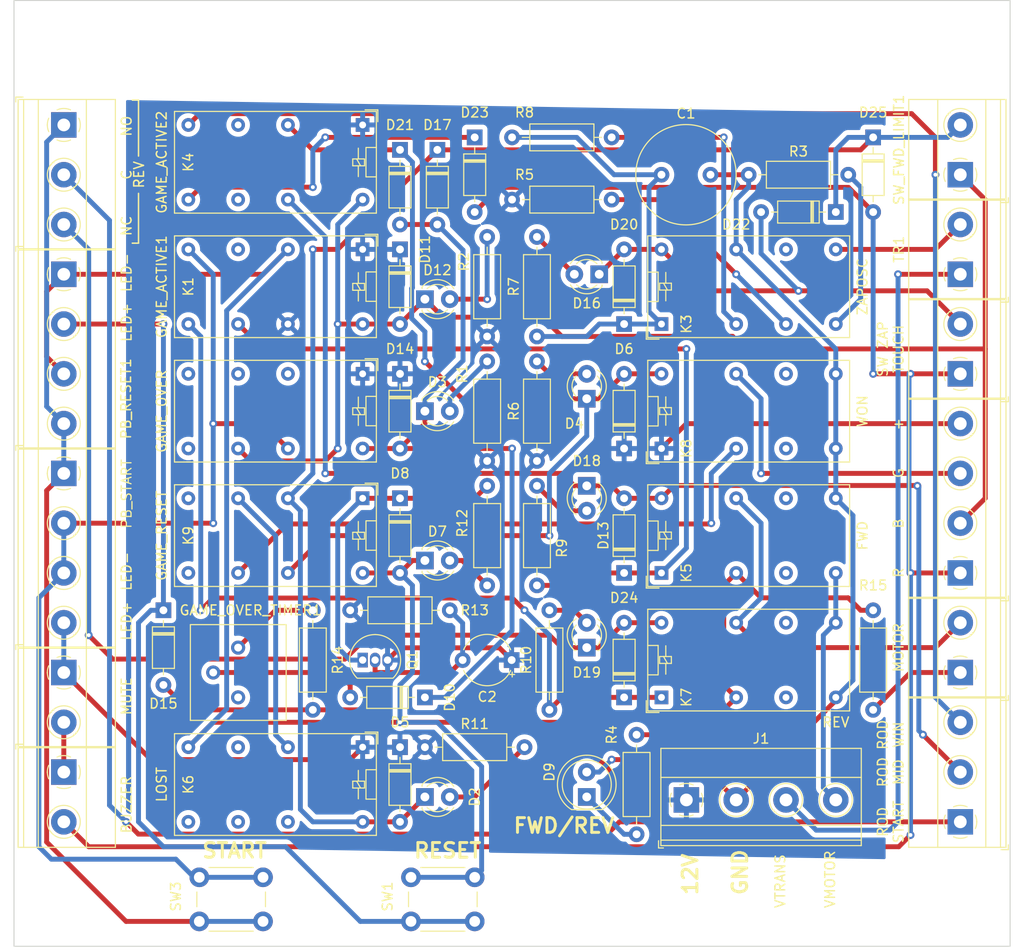
<source format=kicad_pcb>
(kicad_pcb (version 20221018) (generator pcbnew)
  (layers (0 "F.Cu" signal) (31 "B.Cu" signal) (34 "B.Paste" user) (35 "F.Paste" user) (36 "B.SilkS" user "B.Silkscreen") (37 "F.SilkS" user "F.Silkscreen") (38 "B.Mask" user) (39 "F.Mask" user) (44 "Edge.Cuts" user))
  (net 0 "")
  (net 1 "/game_lost")
  (net 2 "Net-(D2-A)")
  (net 3 "/game_over")
  (net 4 "Net-(D3-A)")
  (net 5 "/game_won")
  (net 6 "Net-(D4-A)")
  (net 7 "Net-(D7-A)")
  (net 8 "Net-(D8-K)")
  (net 9 "Net-(D9-KA)")
  (net 10 "Net-(D9-AK)")
  (net 11 "Net-(D10-A)")
  (net 12 "/game_active")
  (net 13 "Net-(D12-A)")
  (net 14 "Net-(D15-K)")
  (net 15 "Net-(D15-A)")
  (net 16 "Net-(D16-A)")
  (net 17 "Net-(D18-A)")
  (net 18 "Net-(D19-A)")
  (net 19 "Net-(D23-K)")
  (net 20 "Net-(D24-K)")
  (net 22 "Net-(K3-Pad8)")
  (net 23 "Net-(BZ1-+)")
  (net 24 "ROD_MIDDLE")
  (net 25 "Net-(D16-K)")
  (net 30 "V_motor")
  (net 31 "Net-(K6-Pad4)")
  (net 32 "Net-(K8-Pad4)")
  (net 33 "Net-(GAME_OVER_TIMER1-Pad1)")
  (net 35 "Net-(PB_START1-K)")
  (net 37 "Net-(BZ1--)")
  (net 38 "ROD_START")
  (net 39 "V_trans")
  (net 54 "VCC")
  (net 55 "Net-(K3-Pad4)")
  (net 56 "GND")
  (net 57 "Net-(J4-Pin_3)")
  (net 58 "Net-(D19-K)")
  (net 59 "Net-(D1-GK)")
  (net 60 "Net-(M1-+)")
  (net 61 "Net-(D13-K)")
  (net 62 "Net-(D20-K)")
  (net 63 "Net-(K3-Pad6)")
  (net 64 "Net-(K3-Pad9)")
  (net 65 "Net-(PB_RESET1-A)")
  (net 66 "Net-(K5-Pad4)")
  (footprint "TerminalBlock_Phoenix:TerminalBlock_Phoenix_MKDS-1,5-2-5.08_1x02_P5.08mm_Horizontal" (layer "F.Cu") (at 55.88 109.22 -90)
    (fp_text reference "SW_MUTE1" hide)
    (fp_text value "SW_SPST")
  )
  (footprint "Relay_THT:Relay_DPDT_Omron_G5V-2" (layer "F.Cu") (at 116.84 73.66 90)
    (fp_text reference "K3")
    (fp_text value "ZAPOSC")
  )
  (footprint "Capacitor_THT:CP_Radial_Tantal_D5.0mm_P5.00mm" (layer "F.Cu") (at 101.56 107.95 180)
    (fp_text reference "C2")
    (fp_text value "10u")
  )
  (footprint "Resistor_THT:R_Axial_DIN0207_L6.3mm_D2.5mm_P10.16mm_Horizontal" (layer "F.Cu") (at 104.14 100.33 90)
    (fp_text reference "R9")
    (fp_text value "1k")
  )
  (footprint "LED_THT:LED_D5.0mm" (layer "F.Cu") (at 109.22 121.92 90)
    (fp_text reference "D9")
    (fp_text value "LED_Dual_Bidirectional")
  )
  (footprint "LED_THT:LED_D3.0mm" (layer "F.Cu") (at 109.22 106.68 90)
    (fp_text reference "D19")
    (fp_text value "LED")
  )
  (footprint "Diode_THT:D_DO-35_SOD27_P7.62mm_Horizontal" (layer "F.Cu") (at 113.03 86.36 90)
    (fp_text reference "D6")
    (fp_text value "1N914" hide)
  )
  (footprint "Diode_THT:D_DO-35_SOD27_P7.62mm_Horizontal" (layer "F.Cu") (at 66.04 102.87 -90)
    (fp_text reference "D15")
    (fp_text value "1N914")
  )
  (footprint "Diode_THT:D_DO-35_SOD27_P7.62mm_Horizontal" (layer "F.Cu") (at 90.17 116.84 -90)
    (fp_text reference "D5")
    (fp_text value "1N914")
  )
  (footprint "Relay_THT:Relay_DPDT_Omron_G5V-2" (layer "F.Cu") (at 86.36 91.44 -90)
    (fp_text reference "K9")
    (fp_text value "GAME_RESET")
  )
  (footprint "Relay_THT:Relay_DPDT_Omron_G5V-2" (layer "F.Cu") (at 116.84 99.06 90)
    (fp_text reference "K5")
    (fp_text value "FWD")
  )
  (footprint "TerminalBlock_Phoenix:TerminalBlock_Phoenix_MKDS-1,5-4-5.08_1x04_P5.08mm_Horizontal" (layer "F.Cu") (at 55.88 88.9 -90)
    (fp_text reference "PB_START1" hide)
    (fp_text value "SW_Push_LED")
  )
  (footprint "Diode_THT:D_DO-35_SOD27_P7.62mm_Horizontal" (layer "F.Cu") (at 134.62 62.23 180)
    (fp_text reference "D22")
    (fp_text value "1N914" hide)
  )
  (footprint "TerminalBlock_Phoenix:TerminalBlock_Phoenix_MKDS-1,5-4-5.08_1x04_P5.08mm_Horizontal" (layer "F.Cu") (at 55.88 68.58 -90)
    (fp_text reference "PB_RESET1")
    (fp_text value "SW_Push_LED")
  )
  (footprint "Diode_THT:D_DO-35_SOD27_P7.62mm_Horizontal" (layer "F.Cu") (at 90.17 55.88 -90)
    (fp_text reference "D21")
    (fp_text value "1N914" hide)
  )
  (footprint "Relay_THT:Relay_DPDT_Omron_G5V-2" (layer "F.Cu") (at 86.36 66.04 -90)
    (fp_text reference "K1")
    (fp_text value "GAME_ACTIVE1")
  )
  (footprint "MountingHole:MountingHole_3.5mm" (layer "F.Cu") (at 147.32 45.72)
    (fp_text reference "H2" hide)
    (fp_text value "MountingHole")
  )
  (footprint "Diode_THT:D_DO-35_SOD27_P7.62mm_Horizontal" (layer "F.Cu") (at 93.98 55.88 -90)
    (fp_text reference "D17")
    (fp_text value "1N914")
  )
  (footprint "Resistor_THT:R_Axial_DIN0207_L6.3mm_D2.5mm_P10.16mm_Horizontal" (layer "F.Cu") (at 104.14 74.93 90)
    (fp_text reference "R7")
    (fp_text value "1k")
  )
  (footprint "Relay_THT:Relay_DPDT_Omron_G5V-2" (layer "F.Cu") (at 116.84 86.36 90)
    (fp_text reference "K8")
    (fp_text value "WON")
  )
  (footprint "Resistor_THT:R_Axial_DIN0207_L6.3mm_D2.5mm_P10.16mm_Horizontal" (layer "F.Cu") (at 125.73 58.42)
    (fp_text reference "R3")
    (fp_text value "100k")
  )
  (footprint "Resistor_THT:R_Axial_DIN0207_L6.3mm_D2.5mm_P10.16mm_Horizontal" (layer "F.Cu") (at 81.28 113.03 90)
    (fp_text reference "R14")
    (fp_text value "100k")
  )
  (footprint "LED_THT:LED_D3.0mm" (layer "F.Cu") (at 92.71 71.12)
    (fp_text reference "D12")
    (fp_text value "LED")
  )
  (footprint "Capacitor_THT:C_Radial_D10.0mm_H20.0mm_P5.00mm" (layer "F.Cu") (at 116.84 58.42)
    (fp_text reference "C1")
    (fp_text value "1000u")
  )
  (footprint "Button_Switch_THT:SW_PUSH_6mm" (layer "F.Cu") (at 97.79 134.62 180)
    (fp_text reference "SW1")
    (fp_text value "SW_TEST_RESET")
  )
  (footprint "LED_THT:LED_D3.0mm" (layer "F.Cu") (at 110.49 68.58 180)
    (fp_text reference "D16")
    (fp_text value "LED")
  )
  (footprint "Package_TO_SOT_THT:TO-92_Inline" (layer "F.Cu") (at 86.36 107.95)
    (fp_text reference "Q1")
    (fp_text value "BS250")
  )
  (footprint "TerminalBlock_Phoenix:TerminalBlock_Phoenix_MKDS-1,5-2-5.08_1x02_P5.08mm_Horizontal" (layer "F.Cu") (at 147.32 109.22 90)
    (fp_text reference "M1" hide)
    (fp_text value "Motor_DC")
  )
  (footprint "Resistor_THT:R_Axial_DIN0207_L6.3mm_D2.5mm_P10.16mm_Horizontal" (layer "F.Cu") (at 114.3 115.57 -90)
    (fp_text reference "R4")
    (fp_text value "1k")
  )
  (footprint "Resistor_THT:R_Axial_DIN0207_L6.3mm_D2.5mm_P10.16mm_Horizontal" (layer "F.Cu") (at 105.41 113.03 90)
    (fp_text reference "R10")
    (fp_text value "1k")
  )
  (footprint "TerminalBlock_Phoenix:TerminalBlock_Phoenix_MKDS-1,5-2-5.08_1x02_P5.08mm_Horizontal" (layer "F.Cu") (at 55.88 119.38 -90)
    (fp_text reference "BZ1" hide)
    (fp_text value "Buzzer")
  )
  (footprint "Diode_THT:D_DO-35_SOD27_P7.62mm_Horizontal" (layer "F.Cu") (at 113.03 99.06 90)
    (fp_text reference "D13")
    (fp_text value "1N914" hide)
  )
  (footprint "Resistor_THT:R_Axial_DIN0207_L6.3mm_D2.5mm_P10.16mm_Horizontal" (layer "F.Cu") (at 104.14 87.63 90)
    (fp_text reference "R6")
    (fp_text value "1k")
  )
  (footprint "Relay_THT:Relay_DPDT_Omron_G5V-2" (layer "F.Cu") (at 86.36 78.74 -90)
    (fp_text reference "K2" hide)
    (fp_text value "GAME_OVER")
  )
  (footprint "TerminalBlock_Phoenix:TerminalBlock_Phoenix_MKDS-1,5-3-5.08_1x03_P5.08mm_Horizontal" (layer "F.Cu") (at 147.32 124.46 90)
    (fp_text reference "J4" hide)
    (fp_text value "Rod")
  )
  (footprint "Relay_THT:Relay_DPDT_Omron_G5V-2" (layer "F.Cu") (at 116.84 111.76 90)
    (fp_text reference "K7")
    (fp_text value "REV")
  )
  (footprint "Potentiometer_THT:Potentiometer_Bourns_3386P_Vertical" (layer "F.Cu") (at 73.66 106.68 180)
    (fp_text reference "GAME_OVER_TIMER1")
    (fp_text value "10M" hide)
  )
  (footprint "Relay_THT:Relay_DPDT_Omron_G5V-2" (layer "F.Cu") (at 86.36 53.34 -90)
    (fp_text reference "K4")
    (fp_text value "GAME_ACTIVE2")
  )
  (footprint "Resistor_THT:R_Axial_DIN0207_L6.3mm_D2.5mm_P10.16mm_Horizontal" (layer "F.Cu") (at 101.6 60.96)
    (fp_text reference "R5")
    (fp_text value "10")
  )
  (footprint "Diode_THT:D_DO-35_SOD27_P7.62mm_Horizontal" (layer "F.Cu") (at 90.17 78.74 -90)
    (fp_text reference "D14")
    (fp_text value "1N914" hide)
  )
  (footprint "LED_THT:LED_D3.0mm" (layer "F.Cu") (at 109.22 90.17 -90)
    (fp_text reference "D18")
    (fp_text value "LED")
  )
  (footprint "TerminalBlock_Phoenix:TerminalBlock_Phoenix_MKDS-1,5-2-5.08_1x02_P5.08mm_Horizontal" (layer "F.Cu") (at 147.32 68.58 90)
    (fp_text reference "TR1")
    (fp_text value "TRANSF4")
  )
  (footprint "Resistor_THT:R_Axial_DIN0207_L6.3mm_D2.5mm_P10.16mm_Horizontal" (layer "F.Cu") (at 138.43 113.03 90)
    (fp_text reference "R15")
    (fp_text value "1k")
  )
  (footprint "Resistor_THT:R_Axial_DIN0207_L6.3mm_D2.5mm_P10.16mm_Horizontal" (layer "F.Cu") (at 111.76 54.61 180)
    (fp_text reference "R8")
    (fp_text value "10")
  )
  (footprint "Resistor_THT:R_Axial_DIN0207_L6.3mm_D2.5mm_P10.16mm_Horizontal" (layer "F.Cu") (at 85.09 102.87)
    (fp_text reference "R13")
    (fp_text value "100k")
  )
  (footprint "MountingHole:MountingHole_3.5mm" (layer "F.Cu") (at 55.88 132.08)
    (fp_text reference "H4" hide)
    (fp_text value "MountingHole")
  )
  (footprint "MountingHole:MountingHole_3.5mm" (layer "F.Cu") (at 55.88 45.72)
    (fp_text reference "H1" hide)
    (fp_text value "MountingHole")
  )
  (footprint "TerminalBlock_Phoenix:TerminalBlock_Phoenix_MKDS-1,5-3-5.08_1x03_P5.08mm_Horizontal" (layer "F.Cu") (at 55.88 53.34 -90)
    (fp_text reference "SW_REV_LIMIT1" hide)
    (fp_text value "SW_SPDT")
  )
  (footprint "Diode_THT:D_DO-35_SOD27_P7.62mm_Horizontal" (layer "F.Cu") (at 92.71 111.76 180)
    (fp_text reference "D10")
    (fp_text value "1N914")
  )
  (footprint "TerminalBlock_Phoenix:TerminalBlock_Phoenix_MKDS-1,5-2-5.08_1x02_P5.08mm_Horizontal" (layer "F.Cu") (at 147.32 78.74 90)
    (fp_text reference "SW_ZAP_ON_TOUCH1" hide)
    (fp_text value "SW_SPST")
  )
  (footprint "Diode_THT:D_DO-35_SOD27_P7.62mm_Horizontal" (layer "F.Cu") (at 90.17 66.04 -90)
    (fp_text reference "D11")
    (fp_text value "1N914" hide)
  )
  (footprint "Diode_THT:D_DO-35_SOD27_P7.62mm_Horizontal" (layer "F.Cu") (at 113.03 111.76 90)
    (fp_text reference "D24")
    (fp_text value "1N914" hide)
  )
  (footprint "Diode_THT:D_DO-35_SOD27_P7.62mm_Horizontal" (layer "F.Cu") (at 97.79 54.61 -90)
    (fp_text reference "D23")
    (fp_text value "1N914" hide)
  )
  (footprint "Resistor_THT:R_Axial_DIN0207_L6.3mm_D2.5mm_P10.16mm_Horizontal" (layer "F.Cu") (at 92.71 116.84)
    (fp_text reference "R11")
    (fp_text value "1k")
  )
  (footprint "TerminalBlock_Phoenix:TerminalBlock_Phoenix_MKDS-1,5-4-5.08_1x04_P5.08mm_Horizontal" (layer "F.Cu") (at 147.32 99.06 90)
    (fp_text reference "D1" hide)
    (fp_text value "LED_RBGA")
  )
  (footprint "Resistor_THT:R_Axial_DIN0207_L6.3mm_D2.5mm_P10.16mm_Horizontal" (layer "F.Cu") (at 99.06 90.17 -90)
    (fp_text reference "R12")
    (fp_text value "1k")
  )
  (footprint "TerminalBlock_Phoenix:TerminalBlock_Phoenix_MKDS-1,5-4-5.08_1x04_P5.08mm_Horizontal" (layer "F.Cu") (at 119.38 122.225)
    (fp_text reference "J1")
    (fp_text value "Power")
  )
  (footprint "Resistor_THT:R_Axial_DIN0207_L6.3mm_D2.5mm_P10.16mm_Horizontal" (layer "F.Cu") (at 99.06 87.63 90)
    (fp_text reference "R1")
    (fp_text value "1k")
  )
  (footprint "LED_THT:LED_D3.0mm" (layer "F.Cu") (at 92.71 82.55)
    (fp_text reference "D3")
    (fp_text value "LED")
  )
  (footprint "Relay_THT:Relay_DPDT_Omron_G5V-2" (layer "F.Cu") (at 86.36 116.84 -90)
    (fp_text reference "K6")
    (fp_text value "LOST")
  )
  (footprint "LED_THT:LED_D3.0mm" (layer "F.Cu") (at 92.71 97.79)
    (fp_text reference "D7")
    (fp_text value "LED")
  )
  (footprint "Diode_THT:D_DO-35_SOD27_P7.62mm_Horizontal" (layer "F.Cu") (at 138.43 54.61 -90)
    (fp_text reference "D25")
    (fp_text value "1N914")
  )
  (footprint "Diode_THT:D_DO-35_SOD27_P7.62mm_Horizontal" (layer "F.Cu") (at 90.17 91.44 -90)
    (fp_text reference "D8")
    (fp_text value "1N914")
  )
  (footprint "Diode_THT:D_DO-35_SOD27_P7.62mm_Horizontal" (layer "F.Cu") (at 113.03 73.66 90)
    (fp_text reference "D20")
    (fp_text value "1N914" hide)
  )
  (footprint "LED_THT:LED_D3.0mm" (layer "F.Cu") (at 92.71 121.92)
    (fp_text reference "D2")
    (fp_text value "LED")
  )
  (footprint "LED_THT:LED_D3.0mm" (layer "F.Cu") (at 109.22 81.28 90)
    (fp_text reference "D4")
    (fp_text value "LED")
  )
  (footprint "Resistor_THT:R_Axial_DIN0207_L6.3mm_D2.5mm_P10.16mm_Horizontal" (layer "F.Cu") (at 99.06 74.93 90)
    (fp_text reference "R2")
    (fp_text value "1k")
  )
  (footprint "Button_Switch_THT:SW_PUSH_6mm" (layer "F.Cu") (at 69.7 130.12)
    (fp_text reference "SW3")
    (fp_text value "SW_TEST_START")
  )
  (footprint "TerminalBlock_Phoenix:TerminalBlock_Phoenix_MKDS-1,5-2-5.08_1x02_P5.08mm_Horizontal" (layer "F.Cu") (at 147.32 58.42 90)
    (fp_text reference "SW_FWD_LIMIT1")
    (fp_text value "SW_SPDT")
  )
  (footprint "MountingHole:MountingHole_3.5mm" (layer "F.Cu") (at 147.32 132.08)
    (fp_text reference "H3" hide)
    (fp_text value "MountingHole")
  )
  (gr_line (start 63.5 50.8) (end 62.865 50.8) (stroke (width 0.15)) (layer "F.SilkS"))
  (gr_line (start 63.5 65.405) (end 62.865 65.405) (stroke (width 0.15)) (layer "F.SilkS"))
  (gr_line (start 63.5 56.515) (end 63.5 50.8) (stroke (width 0.15)) (layer "F.SilkS"))
  (gr_line (start 63.5 60.325) (end 63.5 65.405) (stroke (width 0.15)) (layer "F.SilkS"))
  (gr_rect locked (start 50.8 40.64) (end 152.4 137.16) (stroke (width 0.1)) (fill none) (layer "Edge.Cuts"))
  (gr_text "LED-" (at 62.865 100.965 90) (layer "F.SilkS") (effects (font (size 1 1)) (justify left bottom)))
  (gr_text "PB_START" (at 62.865 94.615 90) (layer "F.SilkS") (effects (font (size 1 1) (thickness 0.127)) (justify left bottom)))
  (gr_text "MOTOR" (at 141.605 106.68 90) (layer "F.SilkS") (effects (font (size 1 1)) (justify bottom)))
  (gr_text "REV" (at 64.135 58.42 90) (layer "F.SilkS") (effects (font (size 1 1)) (justify bottom)))
  (gr_text "VTRANS" (at 129.54 133.35 90) (layer "F.SilkS") (effects (font (size 1 1)) (justify left bottom)))
  (gr_text "LED-" (at 62.865 70.485 90) (layer "F.SilkS") (effects (font (size 1 1)) (justify left bottom)))
  (gr_text "R" (at 141.605 99.630625 90) (layer "F.SilkS") (effects (font (size 1 1)) (justify left bottom)))
  (gr_text "12V" (at 120.65 132.08 90) (layer "F.SilkS") (effects (font (size 1.5 1.5) (thickness 0.3) bold) (justify left bottom)))
  (gr_text "BUZZER" (at 62.865 125.73 90) (layer "F.SilkS") (effects (font (size 1 1)) (justify left bottom)))
  (gr_text "LED+" (at 62.865 106.045 90) (layer "F.SilkS") (effects (font (size 1 1)) (justify left bottom)))
  (gr_text "GND" (at 125.73 132.08 90) (layer "F.SilkS") (effects (font (size 1.5 1.5) (thickness 0.3) bold) (justify left bottom)))
  (gr_text "LED+" (at 62.865 75.565 90) (layer "F.SilkS") (effects (font (size 1 1)) (justify left bottom)))
  (gr_text "FWD/REV" (at 101.6 125.73) (layer "F.SilkS") (effects (font (size 1.5 1.5) (thickness 0.3) bold) (justify left bottom)))
  (gr_text "MUTE" (at 62.865 113.665 90) (layer "F.SilkS") (effects (font (size 1 1)) (justify left bottom)))
  (gr_text "G" (at 141.605 89.470625 90) (layer "F.SilkS") (effects (font (size 1 1)) (justify left bottom)))
  (gr_text "SW ZAP\nTOUCH" (at 141.605 76.2 90) (layer "F.SilkS") (effects (font (size 1 1)) (justify bottom)))
  (gr_text "VMOTOR" (at 134.62 133.35 90) (layer "F.SilkS") (effects (font (size 1 1)) (justify left bottom)))
  (gr_text "NO" (at 62.865 54.61 90) (layer "F.SilkS") (effects (font (size 1 1)) (justify left bottom)))
  (gr_text "ROD\nMID" (at 141.605 119.38 90) (layer "F.SilkS") (effects (font (size 1 1) (thickness 0.15) bold) (justify bottom)))
  (gr_text "B" (at 141.605 94.615 90) (layer "F.SilkS") (effects (font (size 1 1)) (justify left bottom)))
  (gr_text "ROD\nWIN" (at 141.605 115.57 90) (layer "F.SilkS") (effects (font (size 1 1) (thickness 0.15) bold) (justify bottom)))
  (gr_text "ROD\nSTART" (at 141.605 124.46 90) (layer "F.SilkS") (effects (font (size 1 1) (thickness 0.15) bold) (justify bottom)))
  (gr_text "NC" (at 62.865 64.77 90) (layer "F.SilkS") (effects (font (size 1 1)) (justify left bottom)))
  (gr_text "+" (at 140.335 84.390625) (layer "F.SilkS") (effects (font (size 1 1)) (justify left bottom)))
  (gr_text "START" (at 69.85 128.27) (layer "F.SilkS") (effects (font (size 1.5 1.5) (thickness 0.3) bold) (justify left bottom)))
  (gr_text "RESET" (at 91.44 128.27) (layer "F.SilkS") (effects (font (size 1.5 1.5) (thickness 0.3) bold) (justify left bottom)))
  (gr_text "C" (at 62.865 58.42 90) (layer "F.SilkS") (effects (font (size 1 1)) (justify bottom)))
  (segment (start 93.98 55.88) (end 137.16 55.88) (width 0.5) (layer "F.Cu") (net 1))
  (segment (start 90.17 124.46) (end 86.36 124.46) (width 0.5) (layer "F.Cu") (net 1))
  (segment (start 81.28 66.04) (end 83.82 66.04) (width 0.5) (layer "F.Cu") (net 1))
  (segment (start 137.16 55.88) (end 138.43 54.61) (width 0.5) (layer "F.Cu") (net 1))
  (segment (start 83.82 66.04) (end 93.98 55.88) (width 0.5) (layer "F.Cu") (net 1))
  (segment (start 92.71 121.92) (end 90.17 124.46) (width 0.5) (layer "F.Cu") (net 1))
  (via (at 81.28 66.04) (size 0.8) (drill 0.4) (layers "F.Cu" "B.Cu") (net 1))
  (segment (start 80.01 92.71) (end 80.01 123.19) (width 0.5) (layer "B.Cu") (net 1))
  (segment (start 135.89 54.61) (end 138.43 54.61) (width 0.5) (layer "B.Cu") (net 1))
  (segment (start 138.43 54.61) (end 146.05 54.61) (width 0.5) (layer "B.Cu") (net 1))
  (segment (start 134.62 62.23) (end 134.62 55.88) (width 0.5) (layer "B.Cu") (net 1))
  (segment (start 81.28 124.46) (end 86.36 124.46) (width 0.5) (layer "B.Cu") (net 1))
  (segment (start 78.74 91.44) (end 81.28 88.9) (width 0.5) (layer "B.Cu") (net 1))
  (segment (start 78.74 91.44) (end 80.01 92.71) (width 0.5) (layer "B.Cu") (net 1))
  (segment (start 134.62 55.88) (end 135.89 54.61) (width 0.5) (layer "B.Cu") (net 1))
  (segment (start 146.05 54.61) (end 147.32 53.34) (width 0.5) (layer "B.Cu") (net 1))
  (segment (start 81.28 88.9) (end 81.28 66.04) (width 0.5) (layer "B.Cu") (net 1))
  (segment (start 80.01 123.19) (end 81.28 124.46) (width 0.5) (layer "B.Cu") (net 1))
  (segment (start 95.25 121.92) (end 97.79 121.92) (width 0.5) (layer "F.Cu") (net 2))
  (segment (start 97.79 121.92) (end 102.87 116.84) (width 0.5) (layer "F.Cu") (net 2))
  (segment (start 93.98 63.5) (end 90.17 63.5) (width 0.5) (layer "F.Cu") (net 3))
  (segment (start 92.71 83.82) (end 92.71 82.55) (width 0.5) (layer "F.Cu") (net 3))
  (segment (start 90.17 86.36) (end 86.36 86.36) (width 0.5) (layer "F.Cu") (net 3))
  (segment (start 90.17 86.36) (end 92.71 83.82) (width 0.5) (layer "F.Cu") (net 3))
  (segment (start 101.6 86.36) (end 90.17 86.36) (width 0.5) (layer "F.Cu") (net 3))
  (via (at 101.6 86.36) (size 0.8) (drill 0.4) (layers "F.Cu" "B.Cu") (net 3))
  (segment (start 94.78 111.76) (end 92.71 111.76) (width 0.5) (layer "B.Cu") (net 3))
  (segment (start 96.6 66.12) (end 96.6 77.39) (width 0.5) (layer "B.Cu") (net 3))
  (segment (start 96.6 77.39) (end 92.71 81.28) (width 0.5) (layer "B.Cu") (net 3))
  (segment (start 101.6 86.36) (end 101.6 104.94) (width 0.5) (layer "B.Cu") (net 3))
  (segment (start 101.6 104.94) (end 94.78 111.76) (width 0.5) (layer "B.Cu") (net 3))
  (segment (start 92.71 81.28) (end 92.71 82.55) (width 0.5) (layer "B.Cu") (net 3))
  (segment (start 93.98 63.5) (end 96.6 66.12) (width 0.5) (layer "B.Cu") (net 3))
  (segment (start 95.25 82.55) (end 95.25 81.28) (width 0.5) (layer "B.Cu") (net 4))
  (segment (start 95.25 81.28) (end 99.06 77.47) (width 0.5) (layer "B.Cu") (net 4))
  (segment (start 110.49 81.28) (end 113.03 78.74) (width 0.5) (layer "F.Cu") (net 5))
  (segment (start 78.74 99.06) (end 82.55 95.25) (width 0.5) (layer "F.Cu") (net 5))
  (segment (start 109.22 81.28) (end 110.49 81.28) (width 0.5) (layer "F.Cu") (net 5))
  (segment (start 96.52 81.28) (end 109.22 81.28) (width 0.5) (layer "F.Cu") (net 5))
  (segment (start 113.03 78.74) (end 116.84 78.74) (width 0.5) (layer "F.Cu") (net 5))
  (segment (start 81.28 55.88) (end 90.17 55.88) (width 0.5) (layer "F.Cu") (net 5))
  (segment (start 82.55 95.25) (end 105.41 95.25) (width 0.5) (layer "F.Cu") (net 5))
  (segment (start 78.74 53.34) (end 81.28 55.88) (width 0.5) (layer "F.Cu") (net 5))
  (segment (start 92.71 77.47) (end 96.52 81.28) (width 0.5) (layer "F.Cu") (net 5))
  (via (at 105.41 95.25) (size 0.8) (drill 0.4) (layers "F.Cu" "B.Cu") (net 5))
  (via (at 92.71 77.47) (size 0.8) (drill 0.4) (layers "F.Cu" "B.Cu") (net 5))
  (segment (start 105.41 95.25) (end 105.41 88.9) (width 0.5) (layer "B.Cu") (net 5))
  (segment (start 91.44 69.953604) (end 91.44 57.15) (width 0.5) (layer "B.Cu") (net 5))
  (segment (start 91.44 57.15) (end 90.17 55.88) (width 0.5) (layer "B.Cu") (net 5))
  (segment (start 92.71 74.439346) (end 91.36 73.089346) (width 0.5) (layer "B.Cu") (net 5))
  (segment (start 91.36 73.089346) (end 91.36 70.033604) (width 0.5) (layer "B.Cu") (net 5))
  (segment (start 105.41 88.9) (end 109.22 85.09) (width 0.5) (layer "B.Cu") (net 5))
  (segment (start 92.71 77.47) (end 92.71 74.439346) (width 0.5) (layer "B.Cu") (net 5))
  (segment (start 91.36 70.033604) (end 91.44 69.953604) (width 0.5) (layer "B.Cu") (net 5))
  (segment (start 109.22 85.09) (end 109.22 81.28) (width 0.5) (layer "B.Cu") (net 5))
  (segment (start 105.41 78.74) (end 104.14 77.47) (width 0.5) (layer "F.Cu") (net 6))
  (segment (start 109.22 78.74) (end 105.41 78.74) (width 0.5) (layer "F.Cu") (net 6))
  (segment (start 96.52 97.79) (end 99.06 100.33) (width 0.5) (layer "F.Cu") (net 7))
  (segment (start 95.25 97.79) (end 96.52 97.79) (width 0.5) (layer "F.Cu") (net 7))
  (segment (start 90.17 91.44) (end 97.79 91.44) (width 0.5) (layer "F.Cu") (net 8))
  (segment (start 97.79 91.44) (end 99.06 90.17) (width 0.5) (layer "F.Cu") (net 8))
  (segment (start 90.17 91.44) (end 86.36 91.44) (width 0.5) (layer "F.Cu") (net 8))
  (segment (start 85.09 107.95) (end 86.36 107.95) (width 0.5) (layer "B.Cu") (net 8))
  (segment (start 83.82 106.68) (end 85.09 107.95) (width 0.5) (layer "B.Cu") (net 8))
  (segment (start 86.36 91.44) (end 83.82 93.98) (width 0.5) (layer "B.Cu") (net 8))
  (segment (start 83.82 93.98) (end 83.82 106.68) (width 0.5) (layer "B.Cu") (net 8))
  (segment (start 113.03 125.73) (end 109.22 121.92) (width 0.5) (layer "B.Cu") (net 9))
  (segment (start 114.3 125.73) (end 113.03 125.73) (width 0.5) (layer "B.Cu") (net 9))
  (segment (start 127 106.68) (end 124.46 104.14) (width 0.5) (layer "F.Cu") (net 10))
  (segment (start 121.92 118.11) (end 127 113.03) (width 0.5) (layer "F.Cu") (net 10))
  (segment (start 111.76 118.11) (end 121.92 118.11) (width 0.5) (layer "F.Cu") (net 10))
  (segment (start 147.32 104.14) (end 144.78 106.68) (width 0.5) (layer "F.Cu") (net 10))
  (segment (start 144.78 106.68) (end 127 106.68) (width 0.5) (layer "F.Cu") (net 10))
  (segment (start 127 113.03) (end 127 106.68) (width 0.5) (layer "F.Cu") (net 10))
  (via (at 111.76 118.11) (size 0.8) (drill 0.4) (layers "F.Cu" "B.Cu") (net 10))
  (segment (start 124.46 104.14) (end 127 101.6) (width 0.5) (layer "B.Cu") (net 10))
  (segment (start 127 93.98) (end 124.46 91.44) (width 0.5) (layer "B.Cu") (net 10))
  (segment (start 127 101.6) (end 127 93.98) (width 0.5) (layer "B.Cu") (net 10))
  (segment (start 110.49 119.38) (end 109.22 119.38) (width 0.5) (layer "B.Cu") (net 10))
  (segment (start 111.76 118.11) (end 110.49 119.38) (width 0.5) (layer "B.Cu") (net 10))
  (segment (start 83.82 109.22) (end 85.09 110.49) (width 0.5) (layer "F.Cu") (net 11))
  (segment (start 85.09 110.49) (end 85.09 111.76) (width 0.5) (layer "F.Cu") (net 11))
  (segment (start 71.12 109.22) (end 83.82 109.22) (width 0.5) (layer "F.Cu") (net 11))
  (segment (start 92.71 71.12) (end 94.55 72.96) (width 0.5) (layer "F.Cu") (net 12))
  (segment (start 149.86 91.44) (end 147.32 93.98) (width 0.5) (layer "F.Cu") (net 12))
  (segment (start 83.82 86.36) (end 82.55 87.63) (width 0.5) (layer "F.Cu") (net 12))
  (segment (start 74.93 87.63) (end 73.66 86.36) (width 0.5) (layer "F.Cu") (net 12))
  (segment (start 86.36 73.66) (end 83.82 73.66) (width 0.5) (layer "F.Cu") (net 12))
  (segment (start 125.37546 76.2) (end 149.86 76.2) (width 0.5) (layer "F.Cu") (net 12))
  (segment (start 104.71 72.96) (end 106.68 74.93) (width 0.5) (layer "F.Cu") (net 12))
  (segment (start 82.55 87.63) (end 74.93 87.63) (width 0.5) (layer "F.Cu") (net 12))
  (segment (start 124.08546 74.91) (end 125.37546 76.2) (width 0.5) (layer "F.Cu") (net 12))
  (segment (start 90.17 73.66) (end 86.36 73.66) (width 0.5) (layer "F.Cu") (net 12))
  (segment (start 94.55 72.96) (end 104.71 72.96) (width 0.5) (layer "F.Cu") (net 12))
  (segment (start 149.86 60.96) (end 147.32 58.42) (width 0.5) (layer "F.Cu") (net 12))
  (segment (start 92.71 71.12) (end 90.17 73.66) (width 0.5) (layer "F.Cu") (net 12))
  (segment (start 112.043604 74.91) (end 124.08546 74.91) (width 0.5) (layer "F.Cu") (net 12))
  (segment (start 106.68 74.93) (end 112.023604 74.93) (width 0.5) (layer "F.Cu") (net 12))
  (segment (start 112.023604 74.93) (end 112.043604 74.91) (width 0.5) (layer "F.Cu") (net 12))
  (segment (start 149.86 76.2) (end 149.86 60.96) (width 0.5) (layer "F.Cu") (net 12))
  (segment (start 149.86 91.44) (end 149.86 76.2) (width 0.5) (layer "F.Cu") (net 12))
  (via (at 83.82 86.36) (size 0.8) (drill 0.4) (layers "F.Cu" "B.Cu") (net 12))
  (via (at 83.82 73.66) (size 0.8) (drill 0.4) (layers "F.Cu" "B.Cu") (net 12))
  (segment (start 83.82 63.5) (end 86.36 60.96) (width 0.5) (layer "B.Cu") (net 12))
  (segment (start 83.82 73.66) (end 83.82 86.36) (width 0.5) (layer "B.Cu") (net 12))
  (segment (start 83.82 63.5) (end 83.82 73.66) (width 0.5) (layer "B.Cu") (net 12))
  (segment (start 99.06 71.12) (end 95.25 71.12) (width 0.5) (layer "F.Cu") (net 13))
  (via (at 99.06 71.12) (size 0.8) (drill 0.4) (layers "F.Cu" "B.Cu") (net 13))
  (segment (start 99.06 64.77) (end 99.06 71.12) (width 0.5) (layer "B.Cu") (net 13))
  (segment (start 66.04 73.66) (end 55.88 73.66) (width 0.5) (layer "F.Cu") (net 14))
  (via (at 66.04 73.66) (size 0.8) (drill 0.4) (layers "F.Cu" "B.Cu") (net 14))
  (segment (start 91.29 134.62) (end 86.12 134.62) (width 0.5) (layer "B.Cu") (net 14))
  (segment (start 78.5 127) (end 66.04 127) (width 0.5) (layer "B.Cu") (net 14))
  (segment (start 66.04 102.87) (end 66.04 73.66) (width 0.5) (layer "B.Cu") (net 14))
  (segment (start 63.5 104.14) (end 64.77 102.87) (width 0.5) (layer "B.Cu") (net 14))
  (segment (start 63.5 124.46) (end 63.5 104.14) (width 0.5) (layer "B.Cu") (net 14))
  (segment (start 86.12 134.62) (end 78.5 127) (width 0.5) (layer "B.Cu") (net 14))
  (segment (start 66.04 127) (end 63.5 124.46) (width 0.5) (layer "B.Cu") (net 14))
  (segment (start 64.77 102.87) (end 66.04 102.87) (width 0.5) (layer "B.Cu") (net 14))
  (segment (start 91.29 134.62) (end 97.79 134.62) (width 0.5) (layer "B.Cu") (net 14))
  (segment (start 81.28 113.03) (end 68.58 113.03) (width 0.5) (layer "F.Cu") (net 15))
  (segment (start 96.56 107.95) (end 95.29 109.22) (width 0.5) (layer "F.Cu") (net 15))
  (segment (start 68.58 113.03) (end 66.04 110.49) (width 0.5) (layer "F.Cu") (net 15))
  (segment (start 81.28 113.03) (end 86.850654 113.03) (width 0.5) (layer "F.Cu") (net 15))
  (segment (start 86.850654 113.03) (end 87.63 112.250654) (width 0.5) (layer "F.Cu") (net 15))
  (segment (start 87.63 109.22) (end 87.63 107.95) (width 0.5) (layer "F.Cu") (net 15))
  (segment (start 87.63 112.250654) (end 87.63 109.22) (width 0.5) (layer "F.Cu") (net 15))
  (segment (start 95.29 109.22) (end 87.63 109.22) (width 0.5) (layer "F.Cu") (net 15))
  (segment (start 96.56 104.18) (end 95.25 102.87) (width 0.5) (layer "B.Cu") (net 15))
  (segment (start 96.56 107.95) (end 96.56 104.18) (width 0.5) (layer "B.Cu") (net 15))
  (segment (start 107.95 68.58) (end 104.14 64.77) (width 0.5) (layer "F.Cu") (net 16))
  (segment (start 109.22 92.71) (end 106.68 92.71) (width 0.5) (layer "F.Cu") (net 17))
  (segment (start 106.68 92.71) (end 104.14 90.17) (width 0.5) (layer "F.Cu") (net 17))
  (segment (start 107.95 102.87) (end 109.22 104.14) (width 0.5) (layer "F.Cu") (net 18))
  (segment (start 105.41 102.87) (end 107.95 102.87) (width 0.5) (layer "F.Cu") (net 18))
  (segment (start 81.28 59.69) (end 69.85 59.69) (width 0.5) (layer "F.Cu") (net 19))
  (segment (start 97.79 54.61) (end 82.55 54.61) (width 0.5) (layer "F.Cu") (net 19))
  (segment (start 69.85 59.69) (end 68.58 60.96) (width 0.5) (layer "F.Cu") (net 19))
  (via (at 81.28 59.69) (size 0.8) (drill 0.4) (layers "F.Cu" "B.Cu") (net 19))
  (via (at 82.55 54.61) (size 0.8) (drill 0.4) (layers "F.Cu" "B.Cu") (net 19))
  (segment (start 81.28 55.88) (end 81.28 59.69) (width 0.5) (layer "B.Cu") (net 19))
  (segment (start 82.55 54.61) (end 81.28 55.88) (width 0.5) (layer "B.Cu") (net 19))
  (segment (start 101.62 101.62) (end 102.87 102.87) (width 0.5) (layer "F.Cu") (net 20))
  (segment (start 106.68 111.76) (end 113.03 111.76) (width 0.5) (layer "F.Cu") (net 20))
  (segment (start 116.84 111.76) (end 113.03 111.76) (width 0.5) (layer "F.Cu") (net 20))
  (segment (start 69.85 102.87) (end 71.1 101.62) (width 0.5) (layer "F.Cu") (net 20))
  (segment (start 71.1 101.62) (end 101.62 101.62) (width 0.5) (layer "F.Cu") (net 20))
  (segment (start 105.41 113.03) (end 106.68 111.76) (width 0.5) (layer "F.Cu") (net 20))
  (via (at 69.85 102.87) (size 0.8) (drill 0.4) (layers "F.Cu" "B.Cu") (net 20))
  (via (at 102.87 102.87) (size 0.8) (drill 0.4) (layers "F.Cu" "B.Cu") (net 20))
  (segment (start 102.87 102.87) (end 105.41 105.41) (width 0.5) (layer "B.Cu") (net 20))
  (segment (start 69.85 74.93) (end 69.85 102.87) (width 0.5) (layer "B.Cu") (net 20))
  (segment (start 105.41 105.41) (end 105.41 113.03) (width 0.5) (layer "B.Cu") (net 20))
  (segment (start 68.58 73.66) (end 69.85 74.93) (width 0.5) (layer "B.Cu") (net 20))
  (segment (start 137.16 59.69) (end 135.89 58.42) (width 0.5) (layer "B.Cu") (net 22))
  (segment (start 134.62 73.66) (end 137.16 71.12) (width 0.5) (layer "B.Cu") (net 22))
  (segment (start 137.16 71.12) (end 137.16 59.69) (width 0.5) (layer "B.Cu") (net 22))
  (segment (start 100.31 59.71) (end 135.91 59.71) (width 0.5) (layer "F.Cu") (net 23))
  (segment (start 58.42 127) (end 55.88 124.46) (width 0.5) (layer "F.Cu") (net 23))
  (segment (start 142.24 125.80507) (end 141.04507 127) (width 0.5) (layer "F.Cu") (net 23))
  (segment (start 138.43 78.74) (end 142.24 78.74) (width 0.5) (layer "F.Cu") (net 23))
  (segment (start 97.79 62.23) (end 100.31 59.71) (width 0.5) (layer "F.Cu") (net 23))
  (segment (start 147.32 78.74) (end 142.24 78.74) (width 0.5) (layer "F.Cu") (net 23))
  (segment (start 147.32 99.06) (end 142.24 99.06) (width 0.5) (layer "F.Cu") (net 23))
  (segment (start 141.04507 127) (end 58.42 127) (width 0.5) (layer "F.Cu") (net 23))
  (segment (start 135.91 59.71) (end 138.43 62.23) (width 0.5) (layer "F.Cu") (net 23))
  (via (at 142.24 99.06) (size 0.8) (drill 0.4) (layers "F.Cu" "B.Cu") (net 23))
  (via (at 142.24 78.74) (size 0.8) (drill 0.4) (layers "F.Cu" "B.Cu") (net 23))
  (via (at 142.24 125.80507) (size 0.8) (drill 0.4) (layers "F.Cu" "B.Cu") (net 23))
  (via (at 138.43 78.74) (size 0.8) (drill 0.4) (layers "F.Cu" "B.Cu") (net 23))
  (segment (start 142.0905 98.9105) (end 142.24 99.06) (width 0.5) (layer "B.Cu") (net 23))
  (segment (start 138.43 62.23) (end 138.43 78.74) (width 0.5) (layer "B.Cu") (net 23))
  (segment (start 142.24 78.74) (end 142.0905 78.8895) (width 0.5) (layer "B.Cu") (net 23))
  (segment (start 142.24 125.80507) (end 142.24 99.06) (width 0.5) (layer "B.Cu") (net 23))
  (segment (start 142.0905 78.8895) (end 142.0905 98.9105) (width 0.5) (layer "B.Cu") (net 23))
  (segment (start 109.22 90.17) (end 107.95 90.17) (width 0.5) (layer "F.Cu") (net 24))
  (segment (start 142.904439 90.133939) (end 118.146061 90.133939) (width 0.5) (layer "F.Cu") (net 24))
  (segment (start 118.146061 90.133939) (end 116.84 91.44) (width 0.5) (layer "F.Cu") (net 24))
  (segment (start 142.9405 90.17) (end 142.904439 90.133939) (width 0.5) (layer "F.Cu") (net 24))
  (segment (start 109.22 90.17) (end 111.76 90.17) (width 0.5) (layer "F.Cu") (net 24))
  (segment (start 111.76 90.17) (end 113.03 91.44) (width 0.5) (layer "F.Cu") (net 24))
  (segment (start 82.55 88.9) (end 106.68 88.9) (width 0.5) (layer "F.Cu") (net 24))
  (segment (start 107.95 90.17) (end 106.68 88.9) (width 0.5) (layer "F.Cu") (net 24))
  (segment (start 143.51 115.57) (end 147.32 119.38) (width 0.5) (layer "F.Cu") (net 24))
  (segment (start 116.84 91.44) (end 113.03 91.44) (width 0.5) (layer "F.Cu") (net 24))
  (via (at 142.9405 90.17) (size 0.8) (drill 0.4) (layers "F.Cu" "B.Cu") (net 24))
  (via (at 82.55 88.9) (size 0.8) (drill 0.4) (layers "F.Cu" "B.Cu") (net 24))
  (via (at 143.51 115.57) (size 0.8) (drill 0.4) (layers "F.Cu" "B.Cu") (net 24))
  (segment (start 82.55 88.9) (end 82.55 64.77) (width 0.5) (layer "B.Cu") (net 24))
  (segment (start 142.9405 90.17) (end 143.09 90.3195) (width 0.5) (layer "B.Cu") (net 24))
  (segment (start 143.09 115.15) (end 143.51 115.57) (width 0.5) (layer "B.Cu") (net 24))
  (segment (start 143.09 90.3195) (end 143.09 115.15) (width 0.5) (layer "B.Cu") (net 24))
  (segment (start 82.55 64.77) (end 78.74 60.96) (width 0.5) (layer "B.Cu") (net 24))
  (segment (start 143.93 70.27) (end 147.32 73.66) (width 0.5) (layer "F.Cu") (net 25))
  (segment (start 116.84 66.04) (end 113.03 66.04) (width 0.5) (layer "F.Cu") (net 25))
  (segment (start 116.84 66.04) (end 121.07 70.27) (width 0.5) (layer "F.Cu") (net 25))
  (segment (start 121.07 70.27) (end 143.93 70.27) (width 0.5) (layer "F.Cu") (net 25))
  (segment (start 110.49 68.58) (end 113.03 66.04) (width 0.5) (layer "F.Cu") (net 25))
  (via (at 130.81 70.27) (size 0.8) (drill 0.4) (layers "F.Cu" "B.Cu") (net 25))
  (segment (start 127 62.23) (end 127 66.46) (width 0.5) (layer "B.Cu") (net 25))
  (segment (start 127 66.46) (end 130.81 70.27) (width 0.5) (layer "B.Cu") (net 25))
  (segment (start 134.62 122.225) (end 133.35 120.955) (width 0.5) (layer "B.Cu") (net 30))
  (segment (start 133.35 120.955) (end 133.35 105.41) (width 0.5) (layer "B.Cu") (net 30))
  (segment (start 134.62 104.14) (end 134.62 99.06) (width 0.5) (layer "B.Cu") (net 30))
  (segment (start 133.35 105.41) (end 134.62 104.14) (width 0.5) (layer "B.Cu") (net 30))
  (segment (start 77.49 115.59) (end 78.74 116.84) (width 0.5) (layer "B.Cu") (net 31))
  (segment (start 77.49 95.27) (end 77.49 115.59) (width 0.5) (layer "B.Cu") (net 31))
  (segment (start 73.66 91.44) (end 77.49 95.27) (width 0.5) (layer "B.Cu") (net 31))
  (segment (start 73.66 99.06) (end 78.66 94.06) (width 0.5) (layer "F.Cu") (net 32))
  (segment (start 78.66 94.06) (end 121.84 94.06) (width 0.5) (layer "F.Cu") (net 32))
  (segment (start 121.84 94.06) (end 121.92 93.98) (width 0.5) (layer "F.Cu") (net 32))
  (via (at 121.92 93.98) (size 0.8) (drill 0.4) (layers "F.Cu" "B.Cu") (net 32))
  (segment (start 121.92 93.98) (end 121.92 88.9) (width 0.5) (layer "B.Cu") (net 32))
  (segment (start 121.92 88.9) (end 124.46 86.36) (width 0.5) (layer "B.Cu") (net 32))
  (segment (start 77.47 102.87) (end 73.66 106.68) (width 0.5) (layer "F.Cu") (net 33))
  (segment (start 81.28 102.87) (end 77.47 102.87) (width 0.5) (layer "F.Cu") (net 33))
  (segment (start 71.12 83.82) (end 76.2 83.82) (width 0.5) (layer "F.Cu") (net 35))
  (segment (start 55.88 93.98) (end 71.12 93.98) (width 0.5) (layer "F.Cu") (net 35))
  (segment (start 76.2 83.82) (end 78.74 86.36) (width 0.5) (layer "F.Cu") (net 35))
  (via (at 71.12 83.82) (size 0.8) (drill 0.4) (layers "F.Cu" "B.Cu") (net 35))
  (via (at 71.12 93.98) (size 0.8) (drill 0.4) (layers "F.Cu" "B.Cu") (net 35))
  (segment (start 55.88 99.06) (end 55.88 93.98) (width 0.5) (layer "B.Cu") (net 35))
  (segment (start 71.12 68.58) (end 71.12 83.82) (width 0.5) (layer "B.Cu") (net 35))
  (segment (start 53.34 101.6) (end 55.88 99.06) (width 0.5) (layer "B.Cu") (net 35))
  (segment (start 71.12 93.98) (end 71.12 83.82) (width 0.5) (layer "B.Cu") (net 35))
  (segment (start 53.34 127) (end 53.34 101.6) (width 0.5) (layer "B.Cu") (net 35))
  (segment (start 69.7 130.12) (end 76.2 130.12) (width 0.5) (layer "B.Cu") (net 35))
  (segment (start 69.16 130.12) (end 67.31 128.27) (width 0.5) (layer "B.Cu") (net 35))
  (segment (start 69.7 130.12) (end 69.16 130.12) (width 0.5) (layer "B.Cu") (net 35))
  (segment (start 67.31 128.27) (end 54.61 128.27) (width 0.5) (layer "B.Cu") (net 35))
  (segment (start 54.61 128.27) (end 53.34 127) (width 0.5) (layer "B.Cu") (net 35))
  (segment (start 68.58 66.04) (end 71.12 68.58) (width 0.5) (layer "B.Cu") (net 35))
  (segment (start 55.88 114.3) (end 55.88 119.38) (width 0.5) (layer "F.Cu") (net 37))
  (segment (start 62.23 124.46) (end 63.48 125.71) (width 0.5) (layer "F.Cu") (net 38))
  (segment (start 111.309346 125.71) (end 112.559346 124.46) (width 0.5) (layer "F.Cu") (net 38))
  (segment (start 63.48 125.71) (end 111.309346 125.71) (width 0.5) (layer "F.Cu") (net 38))
  (segment (start 112.559346 124.46) (end 147.32 124.46) (width 0.5) (layer "F.Cu") (net 38))
  (via (at 62.23 124.46) (size 0.8) (drill 0.4) (layers "F.Cu" "B.Cu") (net 38))
  (segment (start 60.54 122.77) (end 62.23 124.46) (width 0.5) (layer "B.Cu") (net 38))
  (segment (start 55.88 58.42) (end 60.54 63.08) (width 0.5) (layer "B.Cu") (net 38))
  (segment (start 60.54 63.08) (end 60.54 122.77) (width 0.5) (layer "B.Cu") (net 38))
  (segment (start 140.97 68.58) (end 147.32 68.58) (width 0.5) (layer "F.Cu") (net 39))
  (via (at 140.97 68.58) (size 0.8) (drill 0.4) (layers "F.Cu" "B.Cu") (net 39))
  (segment (start 140.12 125.31) (end 140.97 124.46) (width 0.5) (layer "B.Cu") (net 39))
  (segment (start 129.54 122.225) (end 132.625 125.31) (width 0.5) (layer "B.Cu") (net 39))
  (segment (start 132.625 125.31) (end 140.12 125.31) (width 0.5) (layer "B.Cu") (net 39))
  (segment (start 140.97 124.46) (end 140.97 68.58) (width 0.5) (layer "B.Cu") (net 39))
  (segment (start 55.88 109.22) (end 64.77 118.11) (width 0.5) (layer "F.Cu") (net 54))
  (segment (start 64.77 118.11) (end 85.09 118.11) (width 0.5) (layer "F.Cu") (net 54))
  (segment (start 88.9 107.95) (end 90.15 106.7) (width 0.5) (layer "F.Cu") (net 54))
  (segment (start 85.09 118.11) (end 86.36 116.84) (width 0.5) (layer "F.Cu") (net 54))
  (segment (start 90.15 106.7) (end 100.31 106.7) (width 0.5) (layer "F.Cu") (net 54))
  (segment (start 119.38 83.82) (end 116.84 86.36) (width 0.5) (layer "F.Cu") (net 54))
  (segment (start 100.31 106.7) (end 101.56 107.95) (width 0.5) (layer "F.Cu") (net 54))
  (segment (start 147.32 83.82) (end 119.38 83.82) (width 0.5) (layer "F.Cu") (net 54))
  (segment (start 55.88 109.22) (end 55.88 104.14) (width 0.5) (layer "B.Cu") (net 54))
  (segment (start 111.76 54.61) (end 123.19 54.61) (width 0.5) (layer "F.Cu") (net 55))
  (via (at 123.19 54.61) (size 0.8) (drill 0.4) (layers "F.Cu" "B.Cu") (net 55))
  (segment (start 123.19 54.61) (end 123.19 72.39) (width 0.5) (layer "B.Cu") (net 55))
  (segment (start 123.19 72.39) (end 124.46 73.66) (width 0.5) (layer "B.Cu") (net 55))
  (segment (start 54.13 76.99) (end 54.13 70.33) (width 0.5) (layer "F.Cu") (net 56))
  (segment (start 92.71 97.79) (end 91.44 97.79) (width 0.5) (layer "F.Cu") (net 56))
  (segment (start 125.73 58.42) (end 121.84 58.42) (width 0.5) (layer "F.Cu") (net 56))
  (segment (start 68.58 116.84) (end 71.12 114.3) (width 0.5) (layer "F.Cu") (net 56))
  (segment (start 55.88 78.74) (end 54.13 76.99) (width 0.5) (layer "F.Cu") (net 56))
  (segment (start 55.88 68.58) (end 76.2 68.58) (width 0.5) (layer "F.Cu") (net 56))
  (segment (start 124.46 122.225) (end 134.62 112.065) (width 0.5) (layer "F.Cu") (net 56))
  (segment (start 124.46 122.225) (end 121.615 119.38) (width 0.5) (layer "F.Cu") (net 56))
  (segment (start 121.615 119.38) (end 111.76 119.38) (width 0.5) (layer "F.Cu") (net 56))
  (segment (start 86.36 99.06) (end 90.17 99.06) (width 0.5) (layer "F.Cu") (net 56))
  (segment (start 106.68 114.3) (end 90.17 114.3) (width 0.5) (layer "F.Cu") (net 56))
  (segment (start 71.12 114.3) (end 90.17 114.3) (width 0.5) (layer "F.Cu") (net 56))
  (segment (start 54.13 70.33) (end 55.88 68.58) (width 0.5) (layer "F.Cu") (net 56))
  (segment (start 111.76 119.38) (end 106.68 114.3) (width 0.5) (layer "F.Cu") (net 56))
  (segment (start 91.44 97.79) (end 90.17 99.06) (width 0.5) (layer "F.Cu") (net 56))
  (segment (start 76.2 68.58) (end 78.74 66.04) (width 0.5) (layer "F.Cu") (net 56))
  (via (at 90.17 114.3) (size 0.8) (drill 0.4) (layers "F.Cu" "B.Cu") (net 56))
  (segment (start 134.62 76.2) (end 124.46 66.04) (width 0.5) (layer "B.Cu") (net 56))
  (segment (start 125.73 58.42) (end 125.73 59.69) (width 0.5) (layer "B.Cu") (net 56))
  (segment (start 134.62 91.44) (end 134.62 86.36) (width 0.5) (layer "B.Cu") (net 56))
  (segment (start 91.44 109.22) (end 91.44 100.33) (width 0.5) (layer "B.Cu") (net 56))
  (segment (start 134.62 78.74) (end 134.62 86.36) (width 0.5) (layer "B.Cu") (net 56))
  (segment (start 98.497107 129.412893) (end 98.497107 118.817107) (width 0.5) (layer "B.Cu") (net 56))
  (segment (start 90.17 114.3) (end 90.17 110.49) (width 0.5) (layer "B.Cu") (net 56))
  (segment (start 136.37 110.01) (end 136.37 93.19) (width 0.5) (layer "B.Cu") (net 56))
  (segment (start 97.79 130.12) (end 91.29 130.12) (width 0.5) (layer "B.Cu") (net 56))
  (segment (start 90.17 110.49) (end 91.44 109.22) (width 0.5) (layer "B.Cu") (net 56))
  (segment (start 68.58 116.84) (end 72.49 112.93) (width 0.5) (layer "B.Cu") (net 56))
  (segment (start 97.79 130.12) (end 98.497107 129.412893) (width 0.5) (layer "B.Cu") (net 56))
  (segment (start 98.497107 118.817107) (end 93.98 114.3) (width 0.5) (layer "B.Cu") (net 56))
  (segment (start 91.44 100.33) (end 90.17 99.06) (width 0.5) (layer "B.Cu") (net 56))
  (segment (start 125.73 59.69) (end 124.46 60.96) (width 0.5) (layer "B.Cu") (net 56))
  (segment (start 134.62 78.74) (end 134.62 76.2) (width 0.5) (layer "B.Cu") (net 56))
  (segment (start 124.46 60.96) (end 124.46 66.04) (width 0.5) (layer "B.Cu") (net 56))
  (segment (start 93.98 114.3) (end 90.17 114.3) (width 0.5) (layer "B.Cu") (net 56))
  (segment (start 134.62 111.76) (end 136.37 110.01) (width 0.5) (layer "B.Cu") (net 56))
  (segment (start 72.49 112.93) (end 72.49 72.29) (width 0.5) (layer "B.Cu") (net 56))
  (segment (start 72.49 72.29) (end 78.74 66.04) (width 0.5) (layer "B.Cu") (net 56))
  (segment (start 136.37 93.19) (end 134.62 91.44) (width 0.5) (layer "B.Cu") (net 56))
  (segment (start 144.78 54.61) (end 142.36 52.19) (width 0.5) (layer "F.Cu") (net 57))
  (segment (start 144.78 58.42) (end 144.78 54.61) (width 0.5) (layer "F.Cu") (net 57))
  (segment (start 69.73 52.19) (end 68.58 53.34) (width 0.5) (layer "F.Cu") (net 57))
  (segment (start 142.36 52.19) (end 69.73 52.19) (width 0.5) (layer "F.Cu") (net 57))
  (via (at 144.78 58.42) (size 0.8) (drill 0.4) (layers "F.Cu" "B.Cu") (net 57))
  (segment (start 144.78 111.76) (end 147.32 114.3) (width 0.5) (layer "B.Cu") (net 57))
  (segment (start 144.78 58.42) (end 144.78 111.76) (width 0.5) (layer "B.Cu") (net 57))
  (segment (start 60.86 107.85) (end 84.548604 107.85) (width 0.5) (layer "F.Cu") (net 58))
  (segment (start 84.548604 107.85) (end 86.988604 105.41) (width 0.5) (layer "F.Cu") (net 58))
  (segment (start 58.42 105.41) (end 60.86 107.85) (width 0.5) (layer "F.Cu") (net 58))
  (segment (start 86.988604 105.41) (end 105.41 105.41) (width 0.5) (layer "F.Cu") (net 58))
  (segment (start 106.68 106.68) (end 109.22 106.68) (width 0.5) (layer "F.Cu") (net 58))
  (segment (start 116.84 104.14) (end 113.03 104.14) (width 0.5) (layer "F.Cu") (net 58))
  (segment (start 110.49 106.68) (end 113.03 104.14) (width 0.5) (layer "F.Cu") (net 58))
  (segment (start 109.22 106.68) (end 110.49 106.68) (width 0.5) (layer "F.Cu") (net 58))
  (segment (start 105.41 105.41) (end 106.68 106.68) (width 0.5) (layer "F.Cu") (net 58))
  (via (at 58.42 105.41) (size 0.8) (drill 0.4) (layers "F.Cu" "B.Cu") (net 58))
  (segment (start 58.42 66.04) (end 58.42 105.41) (width 0.5) (layer "B.Cu") (net 58))
  (segment (start 55.88 63.5) (end 58.42 66.04) (width 0.5) (layer "B.Cu") (net 58))
  (segment (start 147.32 88.9) (end 127 88.9) (width 0.5) (layer "F.Cu") (net 59))
  (via (at 127 88.9) (size 0.8) (drill 0.4) (layers "F.Cu" "B.Cu") (net 59))
  (segment (start 127 88.9) (end 127 81.28) (width 0.5) (layer "B.Cu") (net 59))
  (segment (start 127 81.28) (end 124.46 78.74) (width 0.5) (layer "B.Cu") (net 59))
  (segment (start 142.24 109.22) (end 147.32 109.22) (width 0.5) (layer "F.Cu") (net 60))
  (segment (start 138.43 113.03) (end 142.24 109.22) (width 0.5) (layer "F.Cu") (net 60))
  (segment (start 76.2 76.2) (end 119.38 76.2) (width 0.5) (layer "F.Cu") (net 61))
  (segment (start 73.66 73.66) (end 76.2 76.2) (width 0.5) (layer "F.Cu") (net 61))
  (segment (start 109.22 100.33) (end 110.49 99.06) (width 0.5) (layer "F.Cu") (net 61))
  (segment (start 110.49 99.06) (end 113.03 99.06) (width 0.5) (layer "F.Cu") (net 61))
  (segment (start 104.14 100.33) (end 109.22 100.33) (width 0.5) (layer "F.Cu") (net 61))
  (segment (start 116.84 99.06) (end 113.03 99.06) (width 0.5) (layer "F.Cu") (net 61))
  (via (at 119.38 76.2) (size 0.8) (drill 0.4) (layers "F.Cu" "B.Cu") (net 61))
  (segment (start 119.38 76.2) (end 119.38 96.52) (width 0.5) (layer "B.Cu") (net 61))
  (segment (start 119.38 96.52) (end 116.84 99.06) (width 0.5) (layer "B.Cu") (net 61))
  (segment (start 112.005327 58.42) (end 116.84 58.42) (width 0.5) (layer "B.Cu") (net 62))
  (segment (start 116.84 58.42) (end 115.57 59.69) (width 0.5) (layer "B.Cu") (net 62))
  (segment (start 115.57 59.69) (end 115.57 72.39) (width 0.5) (layer "B.Cu") (net 62))
  (segment (start 108.195327 54.61) (end 112.005327 58.42) (width 0.5) (layer "B.Cu") (net 62))
  (segment (start 113.03 73.66) (end 116.84 73.66) (width 0.5) (layer "B.Cu") (net 62))
  (segment (start 104.14 74.93) (end 109.22 74.93) (width 0.5) (layer "B.Cu") (net 62))
  (segment (start 109.22 74.93) (end 110.49 73.66) (width 0.5) (layer "B.Cu") (net 62))
  (segment (start 110.49 73.66) (end 113.03 73.66) (width 0.5) (layer "B.Cu") (net 62))
  (segment (start 101.6 54.61) (end 108.195327 54.61) (width 0.5) (layer "B.Cu") (net 62))
  (segment (start 115.57 72.39) (end 116.84 73.66) (width 0.5) (layer "B.Cu") (net 62))
  (segment (start 111.76 60.96) (end 116.84 60.96) (width 0.5) (layer "F.Cu") (net 63))
  (segment (start 116.84 60.96) (end 124.46 68.58) (width 0.5) (layer "F.Cu") (net 63))
  (via (at 124.46 68.58) (size 0.8) (drill 0.4) (layers "F.Cu" "B.Cu") (net 63))
  (segment (start 124.46 68.58) (end 129.54 73.66) (width 0.5) (layer "B.Cu") (net 63))
  (segment (start 134.62 66.04) (end 144.78 66.04) (width 0.5) (layer "F.Cu") (net 64))
  (segment (start 144.78 66.04) (end 147.32 63.5) (width 0.5) (layer "F.Cu") (net 64))
  (segment (start 54.13 90.65) (end 55.88 88.9) (width 0.5) (layer "F.Cu") (net 65))
  (segment (start 54.13 126.52) (end 54.13 90.65) (width 0.5) (layer "F.Cu") (net 65))
  (segment (start 69.7 134.62) (end 62.23 134.62) (width 0.5) (layer "F.Cu") (net 65))
  (segment (start 62.23 134.62) (end 54.13 126.52) (width 0.5) (layer "F.Cu") (net 65))
  (segment (start 54.13 82.07) (end 55.88 83.82) (width 0.5) (layer "B.Cu") (net 65))
  (segment (start 54.13 55.09) (end 54.13 82.07) (width 0.5) (layer "B.Cu") (net 65))
  (segment (start 55.88 53.34) (end 54.13 55.09) (width 0.5) (layer "B.Cu") (net 65))
  (segment (start 76.2 134.62) (end 69.7 134.62) (width 0.5) (layer "B.Cu") (net 65))
  (segment (start 55.88 88.9) (end 55.88 83.82) (width 0.5) (layer "B.Cu") (net 65))
  (segment (start 127 101.6) (end 124.46 99.06) (width 0.5) (layer "F.Cu") (net 66))
  (segment (start 120.65 115.57) (end 124.46 111.76) (width 0.5) (layer "F.Cu") (net 66))
  (segment (start 138.43 102.87) (end 137.16 102.87) (width 0.5) (layer "F.Cu") (net 66))
  (segment (start 124.46 111.76) (end 123.19 110.49) (width 0.5) (layer "F.Cu") (net 66))
  (segment (start 135.89 101.6) (end 127 101.6) (width 0.5) (layer "F.Cu") (net 66))
  (segment (start 137.16 102.87) (end 135.89 101.6) (width 0.5) (layer "F.Cu") (net 66))
  (segment (start 114.3 115.57) (end 120.65 115.57) (width 0.5) (layer "F.Cu") (net 66))
  (segment (start 123.19 100.33) (end 124.46 99.06) (width 0.5) (layer "F.Cu") (net 66))
  (segment (start 123.19 110.49) (end 123.19 100.33) (width 0.5) (layer "F.Cu") (net 66))
  (zone (net 54) (net_name "VCC") (layer "B.Cu") (connect_pads (clearance 0.5)) (min_thickness 0.25) (fill yes (thermal_gap 0.5) (thermal_bridge_width 0.5))
    (polygon (pts (xy 62.23 50.8) (xy 139.7 52.07) (xy 139.7 128.27) (xy 62.23 127)))
  )
)
</source>
